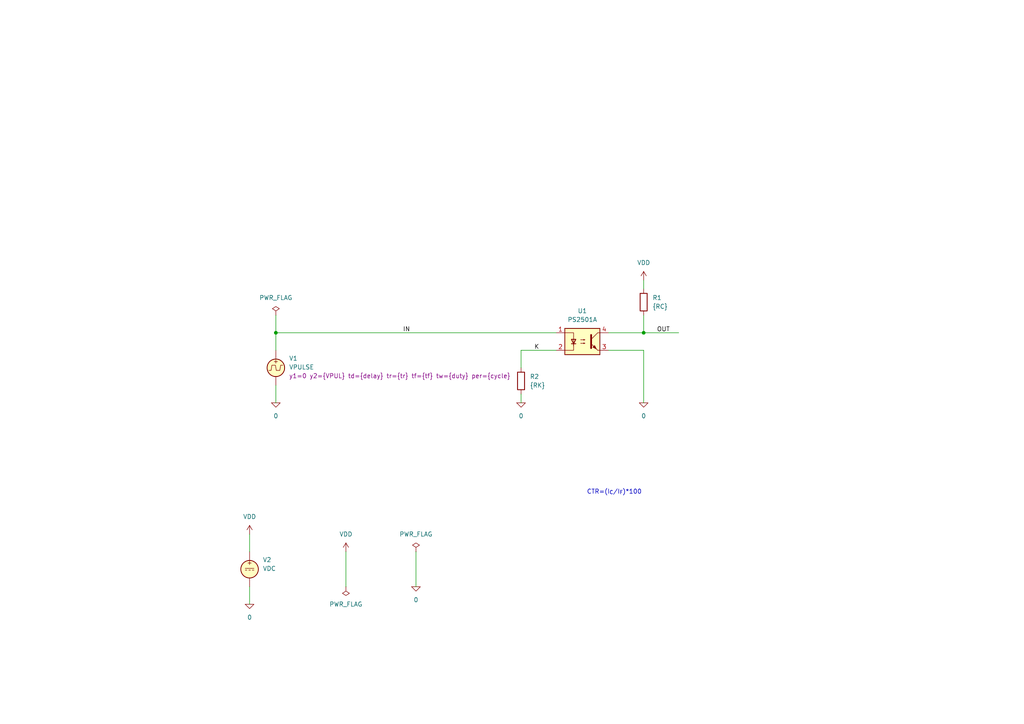
<source format=kicad_sch>
(kicad_sch
	(version 20231120)
	(generator "eeschema")
	(generator_version "8.0")
	(uuid "5a2ba877-a6ab-441b-be71-3f1d8d42e7fd")
	(paper "A4")
	(title_block
		(title "HIGH ISOLATION VOLTAGE SINGLE TRANSISTOR TYPE")
		(date "2024-09-10")
		(rev "2")
		(company "astroelectronic@")
		(comment 1 "-")
		(comment 2 "-")
		(comment 3 "-")
		(comment 4 "AE01009001")
	)
	(lib_symbols
		(symbol "PS2501A:0"
			(power)
			(pin_names
				(offset 0)
			)
			(exclude_from_sim no)
			(in_bom yes)
			(on_board yes)
			(property "Reference" "#GND"
				(at 0 -2.54 0)
				(effects
					(font
						(size 1.27 1.27)
					)
					(hide yes)
				)
			)
			(property "Value" "0"
				(at 0 -1.778 0)
				(effects
					(font
						(size 1.27 1.27)
					)
				)
			)
			(property "Footprint" ""
				(at 0 0 0)
				(effects
					(font
						(size 1.27 1.27)
					)
					(hide yes)
				)
			)
			(property "Datasheet" "~"
				(at 0 0 0)
				(effects
					(font
						(size 1.27 1.27)
					)
					(hide yes)
				)
			)
			(property "Description" "0V reference potential for simulation"
				(at 0 0 0)
				(effects
					(font
						(size 1.27 1.27)
					)
					(hide yes)
				)
			)
			(property "ki_keywords" "simulation"
				(at 0 0 0)
				(effects
					(font
						(size 1.27 1.27)
					)
					(hide yes)
				)
			)
			(symbol "0_0_1"
				(polyline
					(pts
						(xy -1.27 0) (xy 0 -1.27) (xy 1.27 0) (xy -1.27 0)
					)
					(stroke
						(width 0)
						(type default)
					)
					(fill
						(type none)
					)
				)
			)
			(symbol "0_1_1"
				(pin power_in line
					(at 0 0 0)
					(length 0) hide
					(name "0"
						(effects
							(font
								(size 1.016 1.016)
							)
						)
					)
					(number "1"
						(effects
							(font
								(size 1.016 1.016)
							)
						)
					)
				)
			)
		)
		(symbol "PS2501A:PS2501A"
			(exclude_from_sim no)
			(in_bom yes)
			(on_board yes)
			(property "Reference" "U"
				(at -5.08 5.08 0)
				(effects
					(font
						(size 1.27 1.27)
					)
					(justify left)
				)
			)
			(property "Value" "PS2501A"
				(at 0 5.08 0)
				(effects
					(font
						(size 1.27 1.27)
					)
					(justify left)
				)
			)
			(property "Footprint" "Package_DIP:DIP-4_W7.62mm"
				(at -5.08 -5.08 0)
				(effects
					(font
						(size 1.27 1.27)
						(italic yes)
					)
					(justify left)
					(hide yes)
				)
			)
			(property "Datasheet" "https://www.renesas.com/us/en/document/dst/ps2501a-1-ps2501al-1-data-sheet"
				(at 0 0 0)
				(effects
					(font
						(size 1.27 1.27)
					)
					(justify left)
					(hide yes)
				)
			)
			(property "Description" "HIGH ISOLATION VOLTAGE SINGLE TRANSISTOR TYPE"
				(at 0 0 0)
				(effects
					(font
						(size 1.27 1.27)
					)
					(hide yes)
				)
			)
			(property "ki_keywords" "NPN DC Optocoupler"
				(at 0 0 0)
				(effects
					(font
						(size 1.27 1.27)
					)
					(hide yes)
				)
			)
			(property "ki_fp_filters" "SOIC*4.55x2.6mm*P1.27mm*"
				(at 0 0 0)
				(effects
					(font
						(size 1.27 1.27)
					)
					(hide yes)
				)
			)
			(symbol "PS2501A_0_1"
				(rectangle
					(start -5.08 3.81)
					(end 5.08 -3.81)
					(stroke
						(width 0.254)
						(type default)
					)
					(fill
						(type background)
					)
				)
				(polyline
					(pts
						(xy -3.175 -0.635) (xy -1.905 -0.635)
					)
					(stroke
						(width 0.254)
						(type default)
					)
					(fill
						(type none)
					)
				)
				(polyline
					(pts
						(xy 2.54 0.635) (xy 4.445 2.54)
					)
					(stroke
						(width 0)
						(type default)
					)
					(fill
						(type none)
					)
				)
				(polyline
					(pts
						(xy 4.445 -2.54) (xy 2.54 -0.635)
					)
					(stroke
						(width 0)
						(type default)
					)
					(fill
						(type outline)
					)
				)
				(polyline
					(pts
						(xy 4.445 -2.54) (xy 5.08 -2.54)
					)
					(stroke
						(width 0)
						(type default)
					)
					(fill
						(type none)
					)
				)
				(polyline
					(pts
						(xy 4.445 2.54) (xy 5.08 2.54)
					)
					(stroke
						(width 0)
						(type default)
					)
					(fill
						(type none)
					)
				)
				(polyline
					(pts
						(xy -2.54 -0.635) (xy -2.54 -2.54) (xy -5.08 -2.54)
					)
					(stroke
						(width 0)
						(type default)
					)
					(fill
						(type none)
					)
				)
				(polyline
					(pts
						(xy 2.54 1.905) (xy 2.54 -1.905) (xy 2.54 -1.905)
					)
					(stroke
						(width 0.508)
						(type default)
					)
					(fill
						(type none)
					)
				)
				(polyline
					(pts
						(xy -5.08 2.54) (xy -2.54 2.54) (xy -2.54 -1.27) (xy -2.54 0.635)
					)
					(stroke
						(width 0)
						(type default)
					)
					(fill
						(type none)
					)
				)
				(polyline
					(pts
						(xy -2.54 -0.635) (xy -3.175 0.635) (xy -1.905 0.635) (xy -2.54 -0.635)
					)
					(stroke
						(width 0.254)
						(type default)
					)
					(fill
						(type none)
					)
				)
				(polyline
					(pts
						(xy -0.508 -0.508) (xy 0.762 -0.508) (xy 0.381 -0.635) (xy 0.381 -0.381) (xy 0.762 -0.508)
					)
					(stroke
						(width 0)
						(type default)
					)
					(fill
						(type none)
					)
				)
				(polyline
					(pts
						(xy -0.508 0.508) (xy 0.762 0.508) (xy 0.381 0.381) (xy 0.381 0.635) (xy 0.762 0.508)
					)
					(stroke
						(width 0)
						(type default)
					)
					(fill
						(type none)
					)
				)
				(polyline
					(pts
						(xy 3.048 -1.651) (xy 3.556 -1.143) (xy 4.064 -2.159) (xy 3.048 -1.651) (xy 3.048 -1.651)
					)
					(stroke
						(width 0)
						(type default)
					)
					(fill
						(type outline)
					)
				)
			)
			(symbol "PS2501A_1_1"
				(pin passive line
					(at -7.62 2.54 0)
					(length 2.54)
					(name "~"
						(effects
							(font
								(size 1.27 1.27)
							)
						)
					)
					(number "1"
						(effects
							(font
								(size 1.27 1.27)
							)
						)
					)
				)
				(pin passive line
					(at -7.62 -2.54 0)
					(length 2.54)
					(name "~"
						(effects
							(font
								(size 1.27 1.27)
							)
						)
					)
					(number "2"
						(effects
							(font
								(size 1.27 1.27)
							)
						)
					)
				)
				(pin passive line
					(at 7.62 -2.54 180)
					(length 2.54)
					(name "~"
						(effects
							(font
								(size 1.27 1.27)
							)
						)
					)
					(number "3"
						(effects
							(font
								(size 1.27 1.27)
							)
						)
					)
				)
				(pin passive line
					(at 7.62 2.54 180)
					(length 2.54)
					(name "~"
						(effects
							(font
								(size 1.27 1.27)
							)
						)
					)
					(number "4"
						(effects
							(font
								(size 1.27 1.27)
							)
						)
					)
				)
			)
		)
		(symbol "PS2501A:PWR_FLAG"
			(power)
			(pin_numbers hide)
			(pin_names
				(offset 0) hide)
			(exclude_from_sim no)
			(in_bom yes)
			(on_board yes)
			(property "Reference" "#FLG"
				(at 0 1.905 0)
				(effects
					(font
						(size 1.27 1.27)
					)
					(hide yes)
				)
			)
			(property "Value" "PWR_FLAG"
				(at 0 3.81 0)
				(effects
					(font
						(size 1.27 1.27)
					)
				)
			)
			(property "Footprint" ""
				(at 0 0 0)
				(effects
					(font
						(size 1.27 1.27)
					)
					(hide yes)
				)
			)
			(property "Datasheet" "~"
				(at 0 0 0)
				(effects
					(font
						(size 1.27 1.27)
					)
					(hide yes)
				)
			)
			(property "Description" "Special symbol for telling ERC where power comes from"
				(at 0 0 0)
				(effects
					(font
						(size 1.27 1.27)
					)
					(hide yes)
				)
			)
			(property "ki_keywords" "flag power"
				(at 0 0 0)
				(effects
					(font
						(size 1.27 1.27)
					)
					(hide yes)
				)
			)
			(symbol "PWR_FLAG_0_0"
				(pin power_out line
					(at 0 0 90)
					(length 0)
					(name "pwr"
						(effects
							(font
								(size 1.27 1.27)
							)
						)
					)
					(number "1"
						(effects
							(font
								(size 1.27 1.27)
							)
						)
					)
				)
			)
			(symbol "PWR_FLAG_0_1"
				(polyline
					(pts
						(xy 0 0) (xy 0 1.27) (xy -1.016 1.905) (xy 0 2.54) (xy 1.016 1.905) (xy 0 1.27)
					)
					(stroke
						(width 0)
						(type default)
					)
					(fill
						(type none)
					)
				)
			)
		)
		(symbol "PS2501A:R"
			(pin_numbers hide)
			(pin_names
				(offset 0)
			)
			(exclude_from_sim no)
			(in_bom yes)
			(on_board yes)
			(property "Reference" "R"
				(at 2.032 0 90)
				(effects
					(font
						(size 1.27 1.27)
					)
				)
			)
			(property "Value" "R"
				(at 0 0 90)
				(effects
					(font
						(size 1.27 1.27)
					)
				)
			)
			(property "Footprint" ""
				(at -1.778 0 90)
				(effects
					(font
						(size 1.27 1.27)
					)
					(hide yes)
				)
			)
			(property "Datasheet" "~"
				(at 0 0 0)
				(effects
					(font
						(size 1.27 1.27)
					)
					(hide yes)
				)
			)
			(property "Description" "Resistor"
				(at 0 0 0)
				(effects
					(font
						(size 1.27 1.27)
					)
					(hide yes)
				)
			)
			(property "ki_keywords" "R res resistor"
				(at 0 0 0)
				(effects
					(font
						(size 1.27 1.27)
					)
					(hide yes)
				)
			)
			(property "ki_fp_filters" "R_*"
				(at 0 0 0)
				(effects
					(font
						(size 1.27 1.27)
					)
					(hide yes)
				)
			)
			(symbol "R_0_1"
				(rectangle
					(start -1.016 -2.54)
					(end 1.016 2.54)
					(stroke
						(width 0.254)
						(type default)
					)
					(fill
						(type none)
					)
				)
			)
			(symbol "R_1_1"
				(pin passive line
					(at 0 3.81 270)
					(length 1.27)
					(name "~"
						(effects
							(font
								(size 1.27 1.27)
							)
						)
					)
					(number "1"
						(effects
							(font
								(size 1.27 1.27)
							)
						)
					)
				)
				(pin passive line
					(at 0 -3.81 90)
					(length 1.27)
					(name "~"
						(effects
							(font
								(size 1.27 1.27)
							)
						)
					)
					(number "2"
						(effects
							(font
								(size 1.27 1.27)
							)
						)
					)
				)
			)
		)
		(symbol "PS2501A:VDC"
			(pin_numbers hide)
			(pin_names
				(offset 0.0254)
			)
			(exclude_from_sim no)
			(in_bom yes)
			(on_board yes)
			(property "Reference" "V"
				(at 2.54 2.54 0)
				(effects
					(font
						(size 1.27 1.27)
					)
					(justify left)
				)
			)
			(property "Value" "1"
				(at 2.54 0 0)
				(effects
					(font
						(size 1.27 1.27)
					)
					(justify left)
				)
			)
			(property "Footprint" ""
				(at 0 0 0)
				(effects
					(font
						(size 1.27 1.27)
					)
					(hide yes)
				)
			)
			(property "Datasheet" "~"
				(at 0 0 0)
				(effects
					(font
						(size 1.27 1.27)
					)
					(hide yes)
				)
			)
			(property "Description" "Voltage source, DC"
				(at 0 0 0)
				(effects
					(font
						(size 1.27 1.27)
					)
					(hide yes)
				)
			)
			(property "Sim.Pins" "1=+ 2=-"
				(at 0 0 0)
				(effects
					(font
						(size 1.27 1.27)
					)
					(hide yes)
				)
			)
			(property "Sim.Type" "DC"
				(at 0 0 0)
				(effects
					(font
						(size 1.27 1.27)
					)
					(hide yes)
				)
			)
			(property "Sim.Device" "V"
				(at 0 0 0)
				(effects
					(font
						(size 1.27 1.27)
					)
					(justify left)
					(hide yes)
				)
			)
			(property "Spice_Netlist_Enabled" "Y"
				(at 0 0 0)
				(effects
					(font
						(size 1.27 1.27)
					)
					(justify left)
					(hide yes)
				)
			)
			(property "ki_keywords" "simulation"
				(at 0 0 0)
				(effects
					(font
						(size 1.27 1.27)
					)
					(hide yes)
				)
			)
			(symbol "VDC_0_0"
				(polyline
					(pts
						(xy -1.27 0.254) (xy 1.27 0.254)
					)
					(stroke
						(width 0)
						(type default)
					)
					(fill
						(type none)
					)
				)
				(polyline
					(pts
						(xy -0.762 -0.254) (xy -1.27 -0.254)
					)
					(stroke
						(width 0)
						(type default)
					)
					(fill
						(type none)
					)
				)
				(polyline
					(pts
						(xy 0.254 -0.254) (xy -0.254 -0.254)
					)
					(stroke
						(width 0)
						(type default)
					)
					(fill
						(type none)
					)
				)
				(polyline
					(pts
						(xy 1.27 -0.254) (xy 0.762 -0.254)
					)
					(stroke
						(width 0)
						(type default)
					)
					(fill
						(type none)
					)
				)
				(text "+"
					(at 0 1.905 0)
					(effects
						(font
							(size 1.27 1.27)
						)
					)
				)
			)
			(symbol "VDC_0_1"
				(circle
					(center 0 0)
					(radius 2.54)
					(stroke
						(width 0.254)
						(type default)
					)
					(fill
						(type background)
					)
				)
			)
			(symbol "VDC_1_1"
				(pin passive line
					(at 0 5.08 270)
					(length 2.54)
					(name "~"
						(effects
							(font
								(size 1.27 1.27)
							)
						)
					)
					(number "1"
						(effects
							(font
								(size 1.27 1.27)
							)
						)
					)
				)
				(pin passive line
					(at 0 -5.08 90)
					(length 2.54)
					(name "~"
						(effects
							(font
								(size 1.27 1.27)
							)
						)
					)
					(number "2"
						(effects
							(font
								(size 1.27 1.27)
							)
						)
					)
				)
			)
		)
		(symbol "PS2501A:VDD"
			(power)
			(pin_names
				(offset 0)
			)
			(exclude_from_sim no)
			(in_bom yes)
			(on_board yes)
			(property "Reference" "#PWR"
				(at 0 -3.81 0)
				(effects
					(font
						(size 1.27 1.27)
					)
					(hide yes)
				)
			)
			(property "Value" "VDD"
				(at 0 3.81 0)
				(effects
					(font
						(size 1.27 1.27)
					)
				)
			)
			(property "Footprint" ""
				(at 0 0 0)
				(effects
					(font
						(size 1.27 1.27)
					)
					(hide yes)
				)
			)
			(property "Datasheet" ""
				(at 0 0 0)
				(effects
					(font
						(size 1.27 1.27)
					)
					(hide yes)
				)
			)
			(property "Description" "Power symbol creates a global label with name \"VDD\""
				(at 0 0 0)
				(effects
					(font
						(size 1.27 1.27)
					)
					(hide yes)
				)
			)
			(property "ki_keywords" "global power"
				(at 0 0 0)
				(effects
					(font
						(size 1.27 1.27)
					)
					(hide yes)
				)
			)
			(symbol "VDD_0_1"
				(polyline
					(pts
						(xy -0.762 1.27) (xy 0 2.54)
					)
					(stroke
						(width 0)
						(type default)
					)
					(fill
						(type none)
					)
				)
				(polyline
					(pts
						(xy 0 0) (xy 0 2.54)
					)
					(stroke
						(width 0)
						(type default)
					)
					(fill
						(type none)
					)
				)
				(polyline
					(pts
						(xy 0 2.54) (xy 0.762 1.27)
					)
					(stroke
						(width 0)
						(type default)
					)
					(fill
						(type none)
					)
				)
			)
			(symbol "VDD_1_1"
				(pin power_in line
					(at 0 0 90)
					(length 0) hide
					(name "VDD"
						(effects
							(font
								(size 1.27 1.27)
							)
						)
					)
					(number "1"
						(effects
							(font
								(size 1.27 1.27)
							)
						)
					)
				)
			)
		)
		(symbol "PS2501A:VPULSE"
			(pin_numbers hide)
			(pin_names
				(offset 0.0254)
			)
			(exclude_from_sim no)
			(in_bom yes)
			(on_board yes)
			(property "Reference" "V"
				(at 2.54 2.54 0)
				(effects
					(font
						(size 1.27 1.27)
					)
					(justify left)
				)
			)
			(property "Value" "VPULSE"
				(at 2.54 0 0)
				(effects
					(font
						(size 1.27 1.27)
					)
					(justify left)
				)
			)
			(property "Footprint" ""
				(at 0 0 0)
				(effects
					(font
						(size 1.27 1.27)
					)
					(hide yes)
				)
			)
			(property "Datasheet" "~"
				(at 0 0 0)
				(effects
					(font
						(size 1.27 1.27)
					)
					(hide yes)
				)
			)
			(property "Description" "Voltage source, pulse"
				(at 0 0 0)
				(effects
					(font
						(size 1.27 1.27)
					)
					(hide yes)
				)
			)
			(property "Sim.Pins" "1=+ 2=-"
				(at 0 0 0)
				(effects
					(font
						(size 1.27 1.27)
					)
					(hide yes)
				)
			)
			(property "Sim.Type" "PULSE"
				(at 0 0 0)
				(effects
					(font
						(size 1.27 1.27)
					)
					(hide yes)
				)
			)
			(property "Sim.Device" "V"
				(at 0 0 0)
				(effects
					(font
						(size 1.27 1.27)
					)
					(justify left)
					(hide yes)
				)
			)
			(property "Sim.Params" "y1=0 y2=1 td=2n tr=2n tf=2n tw=50n per=100n"
				(at 2.54 -2.54 0)
				(effects
					(font
						(size 1.27 1.27)
					)
					(justify left)
				)
			)
			(property "Spice_Netlist_Enabled" "Y"
				(at 0 0 0)
				(effects
					(font
						(size 1.27 1.27)
					)
					(justify left)
					(hide yes)
				)
			)
			(property "ki_keywords" "simulation"
				(at 0 0 0)
				(effects
					(font
						(size 1.27 1.27)
					)
					(hide yes)
				)
			)
			(symbol "VPULSE_0_0"
				(polyline
					(pts
						(xy -2.032 -0.762) (xy -1.397 -0.762) (xy -1.143 0.762) (xy -0.127 0.762) (xy 0.127 -0.762) (xy 1.143 -0.762)
						(xy 1.397 0.762) (xy 2.032 0.762)
					)
					(stroke
						(width 0)
						(type default)
					)
					(fill
						(type none)
					)
				)
				(text "+"
					(at 0 1.905 0)
					(effects
						(font
							(size 1.27 1.27)
						)
					)
				)
			)
			(symbol "VPULSE_0_1"
				(circle
					(center 0 0)
					(radius 2.54)
					(stroke
						(width 0.254)
						(type default)
					)
					(fill
						(type background)
					)
				)
			)
			(symbol "VPULSE_1_1"
				(pin passive line
					(at 0 5.08 270)
					(length 2.54)
					(name "~"
						(effects
							(font
								(size 1.27 1.27)
							)
						)
					)
					(number "1"
						(effects
							(font
								(size 1.27 1.27)
							)
						)
					)
				)
				(pin passive line
					(at 0 -5.08 90)
					(length 2.54)
					(name "~"
						(effects
							(font
								(size 1.27 1.27)
							)
						)
					)
					(number "2"
						(effects
							(font
								(size 1.27 1.27)
							)
						)
					)
				)
			)
		)
	)
	(junction
		(at 80.01 96.52)
		(diameter 0)
		(color 0 0 0 0)
		(uuid "07bc637a-ea1c-4bc2-9124-25523ee51a7c")
	)
	(junction
		(at 186.69 96.52)
		(diameter 0)
		(color 0 0 0 0)
		(uuid "8ae5b0c2-00a0-4e3e-84c9-919801d6e996")
	)
	(wire
		(pts
			(xy 80.01 91.44) (xy 80.01 96.52)
		)
		(stroke
			(width 0)
			(type default)
		)
		(uuid "06a5f159-9b98-4b18-9974-baae7ac31e1a")
	)
	(wire
		(pts
			(xy 80.01 96.52) (xy 80.01 101.6)
		)
		(stroke
			(width 0)
			(type default)
		)
		(uuid "0afa1756-e9e4-40a6-8feb-cb01e59ba401")
	)
	(wire
		(pts
			(xy 80.01 96.52) (xy 161.29 96.52)
		)
		(stroke
			(width 0)
			(type default)
		)
		(uuid "1c8e96c4-3e42-4697-ad74-d86eb5897a94")
	)
	(wire
		(pts
			(xy 186.69 81.28) (xy 186.69 83.82)
		)
		(stroke
			(width 0)
			(type default)
		)
		(uuid "29bd9d5d-6993-4ab0-9030-ec23b11a1d4e")
	)
	(wire
		(pts
			(xy 161.29 101.6) (xy 151.13 101.6)
		)
		(stroke
			(width 0)
			(type default)
		)
		(uuid "34e5e332-aed5-47aa-b55b-c1fe3fa37b0c")
	)
	(wire
		(pts
			(xy 72.39 170.18) (xy 72.39 175.26)
		)
		(stroke
			(width 0)
			(type default)
		)
		(uuid "5030872d-c1a5-46b1-b04a-c117280afcb1")
	)
	(wire
		(pts
			(xy 151.13 101.6) (xy 151.13 106.68)
		)
		(stroke
			(width 0)
			(type default)
		)
		(uuid "68840854-2b09-4869-9855-774dba5cf505")
	)
	(wire
		(pts
			(xy 196.85 96.52) (xy 186.69 96.52)
		)
		(stroke
			(width 0)
			(type default)
		)
		(uuid "7800df7a-0844-48b3-bb37-cfffdc916382")
	)
	(wire
		(pts
			(xy 151.13 114.3) (xy 151.13 116.84)
		)
		(stroke
			(width 0)
			(type default)
		)
		(uuid "7a051610-f02f-4053-a4b2-965c4d619261")
	)
	(wire
		(pts
			(xy 120.65 160.02) (xy 120.65 170.18)
		)
		(stroke
			(width 0)
			(type default)
		)
		(uuid "863a9b45-69b8-46d0-9a2c-9f815f2fb104")
	)
	(wire
		(pts
			(xy 80.01 111.76) (xy 80.01 116.84)
		)
		(stroke
			(width 0)
			(type default)
		)
		(uuid "93315ef0-cba9-495d-87ef-5817c2b81efb")
	)
	(wire
		(pts
			(xy 72.39 154.94) (xy 72.39 160.02)
		)
		(stroke
			(width 0)
			(type default)
		)
		(uuid "b38ceba3-1583-41db-aa7e-1704fba2b29e")
	)
	(wire
		(pts
			(xy 100.33 160.02) (xy 100.33 170.18)
		)
		(stroke
			(width 0)
			(type default)
		)
		(uuid "b6ea86ba-536e-4d8d-86d9-96586c5db1d4")
	)
	(wire
		(pts
			(xy 186.69 101.6) (xy 176.53 101.6)
		)
		(stroke
			(width 0)
			(type default)
		)
		(uuid "bf8fa135-b37d-48df-9bb6-81aa65aac388")
	)
	(wire
		(pts
			(xy 186.69 101.6) (xy 186.69 116.84)
		)
		(stroke
			(width 0)
			(type default)
		)
		(uuid "cb358355-b12f-48a2-9bb8-043aef332a9a")
	)
	(wire
		(pts
			(xy 186.69 96.52) (xy 186.69 91.44)
		)
		(stroke
			(width 0)
			(type default)
		)
		(uuid "dd2dd2da-4099-4f0a-bc80-abf3f59a86c1")
	)
	(wire
		(pts
			(xy 176.53 96.52) (xy 186.69 96.52)
		)
		(stroke
			(width 0)
			(type default)
		)
		(uuid "e03ea783-4aa9-4db0-9979-02d72c1f29ff")
	)
	(text "CTR=(I_{C}/I_{F})*100"
		(exclude_from_sim no)
		(at 170.18 143.51 0)
		(effects
			(font
				(size 1.27 1.27)
			)
			(justify left bottom)
		)
		(uuid "b3d23b66-657f-4adf-8a14-f951538dd8cd")
	)
	(label "K"
		(at 154.94 101.6 0)
		(fields_autoplaced yes)
		(effects
			(font
				(size 1.27 1.27)
			)
			(justify left bottom)
		)
		(uuid "1e86fb90-255f-4587-be97-e815813eac72")
	)
	(label "OUT"
		(at 190.5 96.52 0)
		(fields_autoplaced yes)
		(effects
			(font
				(size 1.27 1.27)
			)
			(justify left bottom)
		)
		(uuid "7cce23b4-7207-4de7-bf92-9deb4330b1e8")
	)
	(label "IN"
		(at 116.84 96.52 0)
		(fields_autoplaced yes)
		(effects
			(font
				(size 1.27 1.27)
			)
			(justify left bottom)
		)
		(uuid "e593f3de-07dd-4a7e-b032-e6626498a510")
	)
	(symbol
		(lib_id "PS2501A:R")
		(at 186.69 87.63 0)
		(unit 1)
		(exclude_from_sim no)
		(in_bom yes)
		(on_board yes)
		(dnp no)
		(fields_autoplaced yes)
		(uuid "275f5750-2f28-42b9-8397-e1ed59a437b5")
		(property "Reference" "R1"
			(at 189.23 86.3599 0)
			(effects
				(font
					(size 1.27 1.27)
				)
				(justify left)
			)
		)
		(property "Value" "{RC}"
			(at 189.23 88.8999 0)
			(effects
				(font
					(size 1.27 1.27)
				)
				(justify left)
			)
		)
		(property "Footprint" ""
			(at 184.912 87.63 90)
			(effects
				(font
					(size 1.27 1.27)
				)
				(hide yes)
			)
		)
		(property "Datasheet" "~"
			(at 186.69 87.63 0)
			(effects
				(font
					(size 1.27 1.27)
				)
				(hide yes)
			)
		)
		(property "Description" ""
			(at 186.69 87.63 0)
			(effects
				(font
					(size 1.27 1.27)
				)
				(hide yes)
			)
		)
		(pin "1"
			(uuid "5f568858-a607-4cf3-a8e6-d4ffa9230ad4")
		)
		(pin "2"
			(uuid "2d4f0963-8159-4270-9409-66a39f090c1f")
		)
		(instances
			(project ""
				(path "/5a2ba877-a6ab-441b-be71-3f1d8d42e7fd"
					(reference "R1")
					(unit 1)
				)
			)
		)
	)
	(symbol
		(lib_id "PS2501A:VDD")
		(at 72.39 154.94 0)
		(unit 1)
		(exclude_from_sim no)
		(in_bom yes)
		(on_board yes)
		(dnp no)
		(fields_autoplaced yes)
		(uuid "3b1030cb-293e-4587-ba4a-79a42722d73b")
		(property "Reference" "#PWR01"
			(at 72.39 158.75 0)
			(effects
				(font
					(size 1.27 1.27)
				)
				(hide yes)
			)
		)
		(property "Value" "VDD"
			(at 72.39 149.86 0)
			(effects
				(font
					(size 1.27 1.27)
				)
			)
		)
		(property "Footprint" ""
			(at 72.39 154.94 0)
			(effects
				(font
					(size 1.27 1.27)
				)
				(hide yes)
			)
		)
		(property "Datasheet" ""
			(at 72.39 154.94 0)
			(effects
				(font
					(size 1.27 1.27)
				)
				(hide yes)
			)
		)
		(property "Description" ""
			(at 72.39 154.94 0)
			(effects
				(font
					(size 1.27 1.27)
				)
				(hide yes)
			)
		)
		(pin "1"
			(uuid "7755eb40-75cc-47ea-a946-b3f14a330cee")
		)
		(instances
			(project ""
				(path "/5a2ba877-a6ab-441b-be71-3f1d8d42e7fd"
					(reference "#PWR01")
					(unit 1)
				)
			)
		)
	)
	(symbol
		(lib_name "PS2501A:VPULSE")
		(lib_id "PS2501A:VPULSE")
		(at 80.01 106.68 0)
		(unit 1)
		(exclude_from_sim no)
		(in_bom yes)
		(on_board yes)
		(dnp no)
		(fields_autoplaced yes)
		(uuid "4c5de060-0db0-4516-8e70-323b54e68d30")
		(property "Reference" "V1"
			(at 83.82 103.9501 0)
			(effects
				(font
					(size 1.27 1.27)
				)
				(justify left)
			)
		)
		(property "Value" "VPULSE"
			(at 83.82 106.4901 0)
			(effects
				(font
					(size 1.27 1.27)
				)
				(justify left)
			)
		)
		(property "Footprint" ""
			(at 80.01 106.68 0)
			(effects
				(font
					(size 1.27 1.27)
				)
				(hide yes)
			)
		)
		(property "Datasheet" "~"
			(at 80.01 106.68 0)
			(effects
				(font
					(size 1.27 1.27)
				)
				(hide yes)
			)
		)
		(property "Description" ""
			(at 80.01 106.68 0)
			(effects
				(font
					(size 1.27 1.27)
				)
				(hide yes)
			)
		)
		(property "Sim.Device" "V"
			(at 80.01 106.68 0)
			(effects
				(font
					(size 1.27 1.27)
				)
				(justify left)
				(hide yes)
			)
		)
		(property "Sim.Type" "PULSE"
			(at 0 0 0)
			(effects
				(font
					(size 1.27 1.27)
				)
				(hide yes)
			)
		)
		(property "Sim.Params" "y1=0 y2={VPUL} td={delay} tr={tr} tf={tf} tw={duty} per={cycle}"
			(at 83.82 109.0301 0)
			(effects
				(font
					(size 1.27 1.27)
				)
				(justify left)
			)
		)
		(property "Sim.Pins" "1=+ 2=-"
			(at 0 0 0)
			(effects
				(font
					(size 1.27 1.27)
				)
				(hide yes)
			)
		)
		(pin "1"
			(uuid "c34e11d7-4fb2-427b-8113-a094723ec81b")
		)
		(pin "2"
			(uuid "d52c2e1c-db85-4f3a-8b8b-84dc765fa0d7")
		)
		(instances
			(project ""
				(path "/5a2ba877-a6ab-441b-be71-3f1d8d42e7fd"
					(reference "V1")
					(unit 1)
				)
			)
		)
	)
	(symbol
		(lib_id "PS2501A:VDD")
		(at 186.69 81.28 0)
		(unit 1)
		(exclude_from_sim no)
		(in_bom yes)
		(on_board yes)
		(dnp no)
		(fields_autoplaced yes)
		(uuid "5965b39d-8534-40ff-9b21-48220ea2de90")
		(property "Reference" "#PWR03"
			(at 186.69 85.09 0)
			(effects
				(font
					(size 1.27 1.27)
				)
				(hide yes)
			)
		)
		(property "Value" "VDD"
			(at 186.69 76.2 0)
			(effects
				(font
					(size 1.27 1.27)
				)
			)
		)
		(property "Footprint" ""
			(at 186.69 81.28 0)
			(effects
				(font
					(size 1.27 1.27)
				)
				(hide yes)
			)
		)
		(property "Datasheet" ""
			(at 186.69 81.28 0)
			(effects
				(font
					(size 1.27 1.27)
				)
				(hide yes)
			)
		)
		(property "Description" ""
			(at 186.69 81.28 0)
			(effects
				(font
					(size 1.27 1.27)
				)
				(hide yes)
			)
		)
		(pin "1"
			(uuid "2602a0d0-2451-4d42-9389-164a4fbd33df")
		)
		(instances
			(project ""
				(path "/5a2ba877-a6ab-441b-be71-3f1d8d42e7fd"
					(reference "#PWR03")
					(unit 1)
				)
			)
		)
	)
	(symbol
		(lib_id "PS2501A:0")
		(at 151.13 116.84 0)
		(unit 1)
		(exclude_from_sim no)
		(in_bom yes)
		(on_board yes)
		(dnp no)
		(fields_autoplaced yes)
		(uuid "5e105e06-0ff5-458f-bc4f-31e8357c2497")
		(property "Reference" "#GND04"
			(at 151.13 119.38 0)
			(effects
				(font
					(size 1.27 1.27)
				)
				(hide yes)
			)
		)
		(property "Value" "0"
			(at 151.13 120.65 0)
			(effects
				(font
					(size 1.27 1.27)
				)
			)
		)
		(property "Footprint" ""
			(at 151.13 116.84 0)
			(effects
				(font
					(size 1.27 1.27)
				)
				(hide yes)
			)
		)
		(property "Datasheet" "~"
			(at 151.13 116.84 0)
			(effects
				(font
					(size 1.27 1.27)
				)
				(hide yes)
			)
		)
		(property "Description" ""
			(at 151.13 116.84 0)
			(effects
				(font
					(size 1.27 1.27)
				)
				(hide yes)
			)
		)
		(pin "1"
			(uuid "27c79396-aa2f-43ee-9b5e-7752a6b1d96c")
		)
		(instances
			(project ""
				(path "/5a2ba877-a6ab-441b-be71-3f1d8d42e7fd"
					(reference "#GND04")
					(unit 1)
				)
			)
		)
	)
	(symbol
		(lib_id "PS2501A:0")
		(at 120.65 170.18 0)
		(unit 1)
		(exclude_from_sim no)
		(in_bom yes)
		(on_board yes)
		(dnp no)
		(fields_autoplaced yes)
		(uuid "625186ca-c7c7-48a7-825e-77849969f22f")
		(property "Reference" "#GND03"
			(at 120.65 172.72 0)
			(effects
				(font
					(size 1.27 1.27)
				)
				(hide yes)
			)
		)
		(property "Value" "0"
			(at 120.65 173.99 0)
			(effects
				(font
					(size 1.27 1.27)
				)
			)
		)
		(property "Footprint" ""
			(at 120.65 170.18 0)
			(effects
				(font
					(size 1.27 1.27)
				)
				(hide yes)
			)
		)
		(property "Datasheet" "~"
			(at 120.65 170.18 0)
			(effects
				(font
					(size 1.27 1.27)
				)
				(hide yes)
			)
		)
		(property "Description" ""
			(at 120.65 170.18 0)
			(effects
				(font
					(size 1.27 1.27)
				)
				(hide yes)
			)
		)
		(pin "1"
			(uuid "d0324fc7-7407-4238-943f-b59d176aad01")
		)
		(instances
			(project ""
				(path "/5a2ba877-a6ab-441b-be71-3f1d8d42e7fd"
					(reference "#GND03")
					(unit 1)
				)
			)
		)
	)
	(symbol
		(lib_id "PS2501A:PWR_FLAG")
		(at 100.33 170.18 180)
		(unit 1)
		(exclude_from_sim no)
		(in_bom yes)
		(on_board yes)
		(dnp no)
		(fields_autoplaced yes)
		(uuid "6fce2cbf-6540-480f-9575-8c9fc9ecd997")
		(property "Reference" "#FLG02"
			(at 100.33 172.085 0)
			(effects
				(font
					(size 1.27 1.27)
				)
				(hide yes)
			)
		)
		(property "Value" "PWR_FLAG"
			(at 100.33 175.26 0)
			(effects
				(font
					(size 1.27 1.27)
				)
			)
		)
		(property "Footprint" ""
			(at 100.33 170.18 0)
			(effects
				(font
					(size 1.27 1.27)
				)
				(hide yes)
			)
		)
		(property "Datasheet" "~"
			(at 100.33 170.18 0)
			(effects
				(font
					(size 1.27 1.27)
				)
				(hide yes)
			)
		)
		(property "Description" ""
			(at 100.33 170.18 0)
			(effects
				(font
					(size 1.27 1.27)
				)
				(hide yes)
			)
		)
		(pin "1"
			(uuid "a7b37146-c94e-45af-86e1-50be31a23dbf")
		)
		(instances
			(project ""
				(path "/5a2ba877-a6ab-441b-be71-3f1d8d42e7fd"
					(reference "#FLG02")
					(unit 1)
				)
			)
		)
	)
	(symbol
		(lib_id "PS2501A:PWR_FLAG")
		(at 80.01 91.44 0)
		(unit 1)
		(exclude_from_sim no)
		(in_bom yes)
		(on_board yes)
		(dnp no)
		(fields_autoplaced yes)
		(uuid "7af27f54-8180-465d-89fb-478b71ae6ab9")
		(property "Reference" "#FLG01"
			(at 80.01 89.535 0)
			(effects
				(font
					(size 1.27 1.27)
				)
				(hide yes)
			)
		)
		(property "Value" "PWR_FLAG"
			(at 80.01 86.36 0)
			(effects
				(font
					(size 1.27 1.27)
				)
			)
		)
		(property "Footprint" ""
			(at 80.01 91.44 0)
			(effects
				(font
					(size 1.27 1.27)
				)
				(hide yes)
			)
		)
		(property "Datasheet" "~"
			(at 80.01 91.44 0)
			(effects
				(font
					(size 1.27 1.27)
				)
				(hide yes)
			)
		)
		(property "Description" ""
			(at 80.01 91.44 0)
			(effects
				(font
					(size 1.27 1.27)
				)
				(hide yes)
			)
		)
		(pin "1"
			(uuid "df51f843-11d1-481c-bb9b-5e674ccf60dd")
		)
		(instances
			(project ""
				(path "/5a2ba877-a6ab-441b-be71-3f1d8d42e7fd"
					(reference "#FLG01")
					(unit 1)
				)
			)
		)
	)
	(symbol
		(lib_id "PS2501A:R")
		(at 151.13 110.49 0)
		(unit 1)
		(exclude_from_sim no)
		(in_bom yes)
		(on_board yes)
		(dnp no)
		(fields_autoplaced yes)
		(uuid "8cd20cf8-e0c3-4e7a-b1d1-a9652690acdf")
		(property "Reference" "R2"
			(at 153.67 109.2199 0)
			(effects
				(font
					(size 1.27 1.27)
				)
				(justify left)
			)
		)
		(property "Value" "{RK}"
			(at 153.67 111.7599 0)
			(effects
				(font
					(size 1.27 1.27)
				)
				(justify left)
			)
		)
		(property "Footprint" ""
			(at 149.352 110.49 90)
			(effects
				(font
					(size 1.27 1.27)
				)
				(hide yes)
			)
		)
		(property "Datasheet" "~"
			(at 151.13 110.49 0)
			(effects
				(font
					(size 1.27 1.27)
				)
				(hide yes)
			)
		)
		(property "Description" ""
			(at 151.13 110.49 0)
			(effects
				(font
					(size 1.27 1.27)
				)
				(hide yes)
			)
		)
		(pin "1"
			(uuid "11c2b9aa-f705-459a-a293-6c3029dab60c")
		)
		(pin "2"
			(uuid "e7075cac-188c-48db-ba3f-30286dbd946a")
		)
		(instances
			(project ""
				(path "/5a2ba877-a6ab-441b-be71-3f1d8d42e7fd"
					(reference "R2")
					(unit 1)
				)
			)
		)
	)
	(symbol
		(lib_id "PS2501A:0")
		(at 186.69 116.84 0)
		(unit 1)
		(exclude_from_sim no)
		(in_bom yes)
		(on_board yes)
		(dnp no)
		(fields_autoplaced yes)
		(uuid "aa90a586-8aa9-4f54-ab88-55c954aa2a84")
		(property "Reference" "#GND05"
			(at 186.69 119.38 0)
			(effects
				(font
					(size 1.27 1.27)
				)
				(hide yes)
			)
		)
		(property "Value" "0"
			(at 186.69 120.65 0)
			(effects
				(font
					(size 1.27 1.27)
				)
			)
		)
		(property "Footprint" ""
			(at 186.69 116.84 0)
			(effects
				(font
					(size 1.27 1.27)
				)
				(hide yes)
			)
		)
		(property "Datasheet" "~"
			(at 186.69 116.84 0)
			(effects
				(font
					(size 1.27 1.27)
				)
				(hide yes)
			)
		)
		(property "Description" ""
			(at 186.69 116.84 0)
			(effects
				(font
					(size 1.27 1.27)
				)
				(hide yes)
			)
		)
		(pin "1"
			(uuid "11678148-f3ce-4631-89f7-9619c67a05c2")
		)
		(instances
			(project ""
				(path "/5a2ba877-a6ab-441b-be71-3f1d8d42e7fd"
					(reference "#GND05")
					(unit 1)
				)
			)
		)
	)
	(symbol
		(lib_id "PS2501A:VDD")
		(at 100.33 160.02 0)
		(unit 1)
		(exclude_from_sim no)
		(in_bom yes)
		(on_board yes)
		(dnp no)
		(fields_autoplaced yes)
		(uuid "b253e182-e5b6-4dac-9af7-530434e4c16b")
		(property "Reference" "#PWR02"
			(at 100.33 163.83 0)
			(effects
				(font
					(size 1.27 1.27)
				)
				(hide yes)
			)
		)
		(property "Value" "VDD"
			(at 100.33 154.94 0)
			(effects
				(font
					(size 1.27 1.27)
				)
			)
		)
		(property "Footprint" ""
			(at 100.33 160.02 0)
			(effects
				(font
					(size 1.27 1.27)
				)
				(hide yes)
			)
		)
		(property "Datasheet" ""
			(at 100.33 160.02 0)
			(effects
				(font
					(size 1.27 1.27)
				)
				(hide yes)
			)
		)
		(property "Description" ""
			(at 100.33 160.02 0)
			(effects
				(font
					(size 1.27 1.27)
				)
				(hide yes)
			)
		)
		(pin "1"
			(uuid "a121b5dc-da0d-41e5-bef9-68f730846e4f")
		)
		(instances
			(project ""
				(path "/5a2ba877-a6ab-441b-be71-3f1d8d42e7fd"
					(reference "#PWR02")
					(unit 1)
				)
			)
		)
	)
	(symbol
		(lib_id "PS2501A:0")
		(at 80.01 116.84 0)
		(unit 1)
		(exclude_from_sim no)
		(in_bom yes)
		(on_board yes)
		(dnp no)
		(fields_autoplaced yes)
		(uuid "b8b02486-8e96-45ed-a514-004bd67b0e67")
		(property "Reference" "#GND02"
			(at 80.01 119.38 0)
			(effects
				(font
					(size 1.27 1.27)
				)
				(hide yes)
			)
		)
		(property "Value" "0"
			(at 80.01 120.65 0)
			(effects
				(font
					(size 1.27 1.27)
				)
			)
		)
		(property "Footprint" ""
			(at 80.01 116.84 0)
			(effects
				(font
					(size 1.27 1.27)
				)
				(hide yes)
			)
		)
		(property "Datasheet" "~"
			(at 80.01 116.84 0)
			(effects
				(font
					(size 1.27 1.27)
				)
				(hide yes)
			)
		)
		(property "Description" ""
			(at 80.01 116.84 0)
			(effects
				(font
					(size 1.27 1.27)
				)
				(hide yes)
			)
		)
		(pin "1"
			(uuid "aef410d3-0526-4f5f-b64f-c8380dc9469b")
		)
		(instances
			(project ""
				(path "/5a2ba877-a6ab-441b-be71-3f1d8d42e7fd"
					(reference "#GND02")
					(unit 1)
				)
			)
		)
	)
	(symbol
		(lib_name "PS2501A:VDC")
		(lib_id "PS2501A:VDC")
		(at 72.39 165.1 0)
		(unit 1)
		(exclude_from_sim no)
		(in_bom yes)
		(on_board yes)
		(dnp no)
		(fields_autoplaced yes)
		(uuid "bbc1f136-7fcb-4373-9225-8d3b36f539f6")
		(property "Reference" "V2"
			(at 76.2 162.3701 0)
			(effects
				(font
					(size 1.27 1.27)
				)
				(justify left)
			)
		)
		(property "Value" "VDC"
			(at 76.2 164.9101 0)
			(effects
				(font
					(size 1.27 1.27)
				)
				(justify left)
			)
		)
		(property "Footprint" ""
			(at 72.39 165.1 0)
			(effects
				(font
					(size 1.27 1.27)
				)
				(hide yes)
			)
		)
		(property "Datasheet" "~"
			(at 72.39 165.1 0)
			(effects
				(font
					(size 1.27 1.27)
				)
				(hide yes)
			)
		)
		(property "Description" ""
			(at 72.39 165.1 0)
			(effects
				(font
					(size 1.27 1.27)
				)
				(hide yes)
			)
		)
		(property "Sim.Device" "SPICE"
			(at 72.39 165.1 0)
			(effects
				(font
					(size 1.27 1.27)
				)
				(justify left)
				(hide yes)
			)
		)
		(property "Sim.Params" "type=\"V\" model=\"{VSOURCE}\" lib=\"\""
			(at 0 0 0)
			(effects
				(font
					(size 1.27 1.27)
				)
				(hide yes)
			)
		)
		(property "Sim.Pins" "1=1 2=2"
			(at 0 0 0)
			(effects
				(font
					(size 1.27 1.27)
				)
				(hide yes)
			)
		)
		(pin "1"
			(uuid "5102953e-7f5a-4638-9d9b-7919115ba8ea")
		)
		(pin "2"
			(uuid "d2ccd748-b138-4005-8c62-06a97ad027a9")
		)
		(instances
			(project ""
				(path "/5a2ba877-a6ab-441b-be71-3f1d8d42e7fd"
					(reference "V2")
					(unit 1)
				)
			)
		)
	)
	(symbol
		(lib_id "PS2501A:0")
		(at 72.39 175.26 0)
		(unit 1)
		(exclude_from_sim no)
		(in_bom yes)
		(on_board yes)
		(dnp no)
		(fields_autoplaced yes)
		(uuid "dc065e79-3757-4bff-9d19-272457840947")
		(property "Reference" "#GND01"
			(at 72.39 177.8 0)
			(effects
				(font
					(size 1.27 1.27)
				)
				(hide yes)
			)
		)
		(property "Value" "0"
			(at 72.39 179.07 0)
			(effects
				(font
					(size 1.27 1.27)
				)
			)
		)
		(property "Footprint" ""
			(at 72.39 175.26 0)
			(effects
				(font
					(size 1.27 1.27)
				)
				(hide yes)
			)
		)
		(property "Datasheet" "~"
			(at 72.39 175.26 0)
			(effects
				(font
					(size 1.27 1.27)
				)
				(hide yes)
			)
		)
		(property "Description" ""
			(at 72.39 175.26 0)
			(effects
				(font
					(size 1.27 1.27)
				)
				(hide yes)
			)
		)
		(pin "1"
			(uuid "7d8a549f-c63b-40ab-97bc-1d4e2339da80")
		)
		(instances
			(project ""
				(path "/5a2ba877-a6ab-441b-be71-3f1d8d42e7fd"
					(reference "#GND01")
					(unit 1)
				)
			)
		)
	)
	(symbol
		(lib_id "PS2501A:PS2501A")
		(at 168.91 99.06 0)
		(unit 1)
		(exclude_from_sim no)
		(in_bom yes)
		(on_board yes)
		(dnp no)
		(fields_autoplaced yes)
		(uuid "e1db4b6d-394d-403d-8f7f-93ea09d432f9")
		(property "Reference" "U1"
			(at 168.91 90.17 0)
			(effects
				(font
					(size 1.27 1.27)
				)
			)
		)
		(property "Value" "PS2501A"
			(at 168.91 92.71 0)
			(effects
				(font
					(size 1.27 1.27)
				)
			)
		)
		(property "Footprint" "Package_DIP:DIP-4_W7.62mm"
			(at 163.83 104.14 0)
			(effects
				(font
					(size 1.27 1.27)
					(italic yes)
				)
				(justify left)
				(hide yes)
			)
		)
		(property "Datasheet" "https://www.renesas.com/us/en/document/dst/ps2501a-1-ps2501al-1-data-sheet"
			(at 168.91 99.06 0)
			(effects
				(font
					(size 1.27 1.27)
				)
				(justify left)
				(hide yes)
			)
		)
		(property "Description" ""
			(at 168.91 99.06 0)
			(effects
				(font
					(size 1.27 1.27)
				)
				(hide yes)
			)
		)
		(property "Sim.Device" "SUBCKT"
			(at 168.91 99.06 0)
			(effects
				(font
					(size 1.27 1.27)
				)
				(hide yes)
			)
		)
		(property "Sim.Pins" "1=A 2=K 3=E 4=C"
			(at 0 0 0)
			(effects
				(font
					(size 1.27 1.27)
				)
				(hide yes)
			)
		)
		(property "Sim.Library" "_models\\ps2501a.lib"
			(at 168.91 99.06 0)
			(effects
				(font
					(size 1.27 1.27)
				)
				(hide yes)
			)
		)
		(property "Sim.Name" "PS2501A"
			(at 168.91 99.06 0)
			(effects
				(font
					(size 1.27 1.27)
				)
				(hide yes)
			)
		)
		(pin "1"
			(uuid "f3d1a246-7dd0-4829-b850-9031b19a69a4")
		)
		(pin "2"
			(uuid "bd34c853-38bb-44d0-ba7a-d6b4b3359c89")
		)
		(pin "3"
			(uuid "d08cff63-a412-4c6d-9df8-7d876807f963")
		)
		(pin "4"
			(uuid "60db93e5-4005-4018-a2bc-4d94785416fa")
		)
		(instances
			(project ""
				(path "/5a2ba877-a6ab-441b-be71-3f1d8d42e7fd"
					(reference "U1")
					(unit 1)
				)
			)
		)
	)
	(symbol
		(lib_id "PS2501A:PWR_FLAG")
		(at 120.65 160.02 0)
		(unit 1)
		(exclude_from_sim no)
		(in_bom yes)
		(on_board yes)
		(dnp no)
		(fields_autoplaced yes)
		(uuid "e93bcdbf-7146-4b37-b72f-14d42bf380f3")
		(property "Reference" "#FLG03"
			(at 120.65 158.115 0)
			(effects
				(font
					(size 1.27 1.27)
				)
				(hide yes)
			)
		)
		(property "Value" "PWR_FLAG"
			(at 120.65 154.94 0)
			(effects
				(font
					(size 1.27 1.27)
				)
			)
		)
		(property "Footprint" ""
			(at 120.65 160.02 0)
			(effects
				(font
					(size 1.27 1.27)
				)
				(hide yes)
			)
		)
		(property "Datasheet" "~"
			(at 120.65 160.02 0)
			(effects
				(font
					(size 1.27 1.27)
				)
				(hide yes)
			)
		)
		(property "Description" ""
			(at 120.65 160.02 0)
			(effects
				(font
					(size 1.27 1.27)
				)
				(hide yes)
			)
		)
		(pin "1"
			(uuid "37e67b28-e37f-4359-91cf-4bd73c45d5de")
		)
		(instances
			(project ""
				(path "/5a2ba877-a6ab-441b-be71-3f1d8d42e7fd"
					(reference "#FLG03")
					(unit 1)
				)
			)
		)
	)
	(sheet_instances
		(path "/"
			(page "1")
		)
	)
)

</source>
